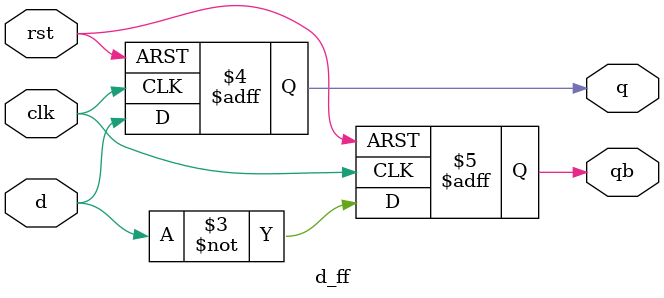
<source format=v>
`timescale 1ns/1ns
module d_ff (
    input clk,
    input d,
    input rst,
    output reg q,
    output reg qb
);
    always @(negedge clk or negedge rst) begin
        if (rst == 1'b0) begin
            q <= 1'b0;
            qb <= 1'b1;
        end
        else begin
            q <= d;
            qb <= ~d;
        end
    end

endmodule: d_ff

</source>
